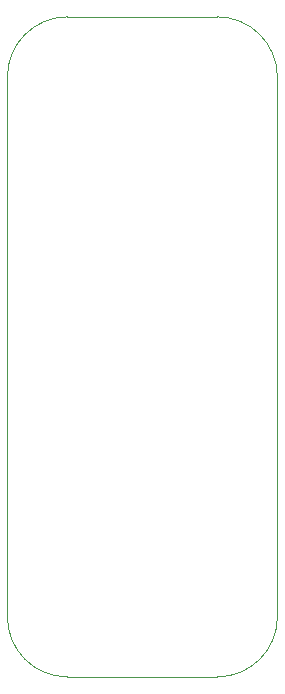
<source format=gbr>
%TF.GenerationSoftware,KiCad,Pcbnew,(6.0.9-0)*%
%TF.CreationDate,2025-08-18T12:38:07+02:00*%
%TF.ProjectId,pt-workshop,70742d77-6f72-46b7-9368-6f702e6b6963,rev?*%
%TF.SameCoordinates,Original*%
%TF.FileFunction,Profile,NP*%
%FSLAX46Y46*%
G04 Gerber Fmt 4.6, Leading zero omitted, Abs format (unit mm)*
G04 Created by KiCad (PCBNEW (6.0.9-0)) date 2025-08-18 12:38:07*
%MOMM*%
%LPD*%
G01*
G04 APERTURE LIST*
%TA.AperFunction,Profile*%
%ADD10C,0.100000*%
%TD*%
G04 APERTURE END LIST*
D10*
X25400000Y-53340000D02*
X25400000Y-99060000D01*
X30480000Y-48260000D02*
G75*
G03*
X25400000Y-53340000I0J-5080000D01*
G01*
X48260000Y-99060000D02*
X48260000Y-53340000D01*
X43180000Y-104140000D02*
G75*
G03*
X48260000Y-99060000I0J5080000D01*
G01*
X48260000Y-53340000D02*
G75*
G03*
X43180000Y-48260000I-5080000J0D01*
G01*
X25400000Y-99060000D02*
G75*
G03*
X30480000Y-104140000I5080000J0D01*
G01*
X43180000Y-104140000D02*
X30480000Y-104140000D01*
X43180000Y-48260000D02*
X30480000Y-48260000D01*
M02*

</source>
